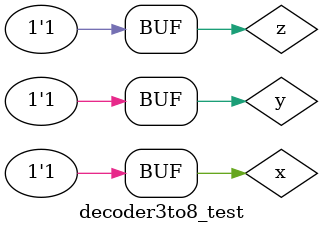
<source format=v>
`timescale 1ns / 1ps


module decoder3to8_test;

	// Inputs
	reg x;
	reg y;
	reg z;
integer i;
	// Outputs
	wire [7:0] d;

	// Instantiate the Unit Under Test (UUT)
	decoder3to8 uut (
		.x(x), 
		.y(y), 
		.z(z), 
		.d(d)
	);

	initial begin
		// Initialize Inputs
		x = 0;
		y = 0;
		z = 0;

		// Wait 100 ns for global reset to finish
		#100;
        
		// Add stimulus here
		#10 z=1;
		#10 z=0;y=1;
		#10 z=1;
		#10 x=1;y=0;z=0;
		#10 z=1;
		#10 z=0;y=1;
		#10 z=1;
		
	end
	initial begin
				
				$monitor("x = %d,y = %d,z = %d\ny7 = %d,y6 = %d, y5 = %d,y4 = %d,y3 = %d,y2 = %d,y1 = %d,y0 = %d\n",x,y,z,d[7],d[6],d[5],d[4],d[3],d[2],d[1],d[0]);	
	end
	
endmodule


</source>
